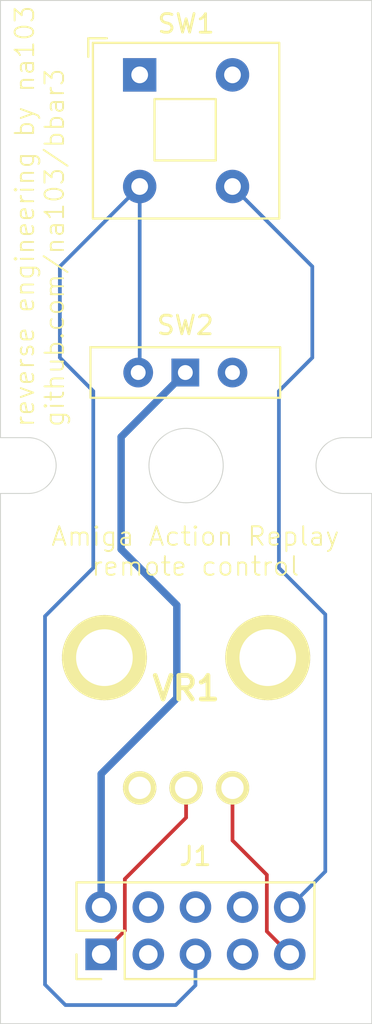
<source format=kicad_pcb>
(kicad_pcb (version 20240108) (generator "pcbnew") (generator_version "8.0")
  (layers (0 "F.Cu" signal) (31 "B.Cu" signal) (34 "B.Paste" user) (35 "F.Paste" user) (36 "B.SilkS" user "B.Silkscreen") (37 "F.SilkS" user "F.Silkscreen") (38 "B.Mask" user) (39 "F.Mask" user) (44 "Edge.Cuts" user))
  (net 0 "")
  (net 3 "Net-(J1-Pin_10)")
  (net 13 "Net-(J1-Pin_5)")
  (net 14 "Net-(J1-Pin_2)")
  (net 15 "Net-(J1-Pin_1)")
  (net 16 "Net-(J1-Pin_9)")
  (footprint "Connector_PinHeader_2.54mm:PinHeader_2x05_P2.54mm_Vertical" (layer "F.Cu") (at 144.925 121.275 90)
    (property "Reference" "J1" (at 5.275 5.075 180) (layer "F.SilkS"))
    (property "Value" "~")
    (fp_line (start 3.87 -1.33) (end 3.87 11.49) (stroke (width 0.12)) (layer "F.SilkS"))
    (fp_line (start 1.27 -1.33) (end 3.87 -1.33) (stroke (width 0.12)) (layer "F.SilkS"))
    (fp_line (start -1.33 -1.33) (end 0 -1.33) (stroke (width 0.12)) (layer "F.SilkS"))
    (fp_line (start -1.33 0) (end -1.33 -1.33) (stroke (width 0.12)) (layer "F.SilkS"))
    (fp_line (start 1.27 1.27) (end 1.27 -1.33) (stroke (width 0.12)) (layer "F.SilkS"))
    (fp_line (start -1.33 1.27) (end 1.27 1.27) (stroke (width 0.12)) (layer "F.SilkS"))
    (fp_line (start -1.33 1.27) (end -1.33 11.49) (stroke (width 0.12)) (layer "F.SilkS"))
    (fp_line (start -1.33 11.49) (end 3.87 11.49) (stroke (width 0.12)) (layer "F.SilkS"))
    (pad "1" thru_hole rect (at 0 0 90) (size 1.7 1.7) (drill 1) (layers "*.Cu" "*.Mask") (net 15 "Net-(J1-Pin_1)"))
    (pad "2" thru_hole oval (at 2.54 0 90) (size 1.7 1.7) (drill 1) (layers "*.Cu" "*.Mask") (net 14 "Net-(J1-Pin_2)"))
    (pad "3" thru_hole oval (at 0 2.54 90) (size 1.7 1.7) (drill 1) (layers "*.Cu" "*.Mask"))
    (pad "4" thru_hole oval (at 2.54 2.54 90) (size 1.7 1.7) (drill 1) (layers "*.Cu" "*.Mask"))
    (pad "5" thru_hole oval (at 0 5.08 90) (size 1.7 1.7) (drill 1) (layers "*.Cu" "*.Mask") (net 13 "Net-(J1-Pin_5)"))
    (pad "6" thru_hole oval (at 2.54 5.08 90) (size 1.7 1.7) (drill 1) (layers "*.Cu" "*.Mask"))
    (pad "7" thru_hole oval (at 0 7.62 90) (size 1.7 1.7) (drill 1) (layers "*.Cu" "*.Mask"))
    (pad "8" thru_hole oval (at 2.54 7.62 90) (size 1.7 1.7) (drill 1) (layers "*.Cu" "*.Mask"))
    (pad "9" thru_hole oval (at 0 10.16 90) (size 1.7 1.7) (drill 1) (layers "*.Cu" "*.Mask") (net 16 "Net-(J1-Pin_9)"))
    (pad "10" thru_hole oval (at 2.54 10.16 90) (size 1.7 1.7) (drill 1) (layers "*.Cu" "*.Mask") (net 3 "Net-(J1-Pin_10)"))
  )
  (footprint "Button_Switch_THT:SW_Slide-03_Wuerth-WS-SLTV_10x2.5x6.4_P2.54mm" (layer "F.Cu") (at 149.46 90)
    (property "Reference" "SW2" (at 0 -2.54 0) (layer "F.SilkS"))
    (property "Value" "SW_Wuerth_450301014042" (hide yes))
    (fp_rect (start -5.11 -1.36) (end 5.11 1.36) (stroke (width 0.12)) (fill none) (layer "F.SilkS"))
    (pad "1" thru_hole rect (at 0 0) (size 1.5 1.5) (drill 0.8) (layers "*.Cu" "*.Mask") (net 14 "Net-(J1-Pin_2)"))
    (pad "2" thru_hole circle (at -2.54 0) (size 1.6 1.6) (drill 0.8) (layers "*.Cu" "*.Mask") (net 13 "Net-(J1-Pin_5)"))
    (pad "3" thru_hole circle (at 2.54 0) (size 1.6 1.6) (drill 0.8) (layers "*.Cu" "*.Mask"))
  )
  (footprint "Button_Switch_THT:SW_Push_2P1T_Toggle_CK_PVA1xxH1xxxxxxV2" (layer "F.Cu") (at 147 74)
    (property "Reference" "SW1" (at 2.5 -2.75 0) (layer "F.SilkS"))
    (property "Value" "SW_Push")
    (fp_line (start -2.77 -0.97) (end -2.77 -1.97) (stroke (width 0.12)) (layer "F.SilkS"))
    (fp_line (start -2.52 7.72) (end -2.52 -1.72) (stroke (width 0.12)) (layer "F.SilkS"))
    (fp_line (start -1.77 -1.97) (end -2.77 -1.97) (stroke (width 0.12)) (layer "F.SilkS"))
    (fp_line (start 0.8 1.3) (end 0.8 4.6) (stroke (width 0.12)) (layer "F.SilkS"))
    (fp_line (start 4.1 1.3) (end 0.8 1.3) (stroke (width 0.12)) (layer "F.SilkS"))
    (fp_line (start 4.1 1.3) (end 4.1 4.6) (stroke (width 0.12)) (layer "F.SilkS"))
    (fp_line (start 4.1 4.6) (end 0.8 4.6) (stroke (width 0.12)) (layer "F.SilkS"))
    (fp_line (start 7.52 -1.72) (end -2.52 -1.72) (stroke (width 0.12)) (layer "F.SilkS"))
    (fp_line (start 7.52 7.72) (end -2.52 7.72) (stroke (width 0.12)) (layer "F.SilkS"))
    (fp_line (start 7.52 7.72) (end 7.52 -1.72) (stroke (width 0.12)) (layer "F.SilkS"))
    (pad "1" thru_hole rect (at 0 0) (size 1.8 1.8) (drill 0.9) (layers "*.Cu" "*.Mask"))
    (pad "2" thru_hole circle (at 5 0) (size 1.8 1.8) (drill 0.9) (layers "*.Cu" "*.Mask"))
    (pad "3" thru_hole circle (at 0 6) (size 1.8 1.8) (drill 0.9) (layers "*.Cu" "*.Mask") (net 13 "Net-(J1-Pin_5)"))
    (pad "4" thru_hole circle (at 5 6) (size 1.8 1.8) (drill 0.9) (layers "*.Cu" "*.Mask") (net 3 "Net-(J1-Pin_10)"))
  )
  (footprint "SamacSys_Parts:RV09AF4020KB1M" (layer "F.Cu") (at 147 112.325)
    (property "Reference" "VR1" (at 2.5 -5.35 0) (layer "F.SilkS") (effects (font (size 1.27 1.27) (thickness 0.254))))
    (property "Value" "RV09AF-40-20K-B1M" (hide yes))
    (pad "1" thru_hole circle (at 0 0 90) (size 1.8 1.8) (drill 1.2) (layers "*.Cu" "*.Mask" "F.SilkS"))
    (pad "2" thru_hole circle (at 2.5 0 90) (size 1.8 1.8) (drill 1.2) (layers "*.Cu" "*.Mask" "F.SilkS") (net 15 "Net-(J1-Pin_1)"))
    (pad "3" thru_hole circle (at 5 0 90) (size 1.8 1.8) (drill 1.2) (layers "*.Cu" "*.Mask" "F.SilkS") (net 16 "Net-(J1-Pin_9)"))
    (pad "MH1" thru_hole circle (at -1.9 -7 90) (size 4.575 4.575) (drill 3.05) (layers "*.Cu" "*.Mask" "F.SilkS"))
    (pad "MH2" thru_hole circle (at 6.9 -7 90) (size 4.575 4.575) (drill 3.05) (layers "*.Cu" "*.Mask" "F.SilkS"))
  )
  (gr_line (start 159.5 125) (end 139.5 125) (stroke (width 0.05)) (layer "Edge.Cuts"))
  (gr_line (start 141 96.5) (end 139.5 96.5) (stroke (width 0.05)) (layer "Edge.Cuts"))
  (gr_line (start 158 96.5) (end 159.5 96.5) (stroke (width 0.05)) (layer "Edge.Cuts"))
  (gr_line (start 141 93.5) (end 139.5 93.5) (stroke (width 0.05)) (layer "Edge.Cuts"))
  (gr_arc (start 141 93.5) (mid 142.5 95) (end 141 96.5) (stroke (width 0.05)) (layer "Edge.Cuts"))
  (gr_line (start 159.5 70) (end 159.5 93.5) (stroke (width 0.05)) (layer "Edge.Cuts"))
  (gr_line (start 159.5 96.5) (end 159.5 125) (stroke (width 0.05)) (layer "Edge.Cuts"))
  (gr_arc (start 158 96.5) (mid 156.5 95) (end 158 93.5) (stroke (width 0.05)) (layer "Edge.Cuts"))
  (gr_line (start 139.5 125) (end 139.5 96.5) (stroke (width 0.05)) (layer "Edge.Cuts"))
  (gr_line (start 158 93.5) (end 159.5 93.5) (stroke (width 0.05)) (layer "Edge.Cuts"))
  (gr_line (start 139.5 70) (end 159.5 70) (stroke (width 0.05)) (layer "Edge.Cuts"))
  (gr_circle (center 149.5 95) (end 149.5 97) (stroke (width 0.05)) (fill none) (layer "Edge.Cuts"))
  (gr_line (start 139.5 93.5) (end 139.5 70) (stroke (width 0.05)) (layer "Edge.Cuts"))
  (gr_text "Amiga Action Replay\nremote control" (at 150 101 0) (layer "F.SilkS") (effects (font (size 1 1) (thickness 0.1)) (justify bottom)))
  (gr_text "reverse engineering by na103\ngithub.com/na103/bbar3" (at 143 93 90) (layer "F.SilkS") (effects (font (size 1 1) (thickness 0.1)) (justify left bottom)))
  (segment (start 156.3 84.3) (end 152 80) (width 0.2) (layer "B.Cu") (net 3))
  (segment (start 157 103) (end 154.5 100.5) (width 0.2) (layer "B.Cu") (net 3))
  (segment (start 156.3 89.2) (end 156.3 84.3) (width 0.2) (layer "B.Cu") (net 3))
  (segment (start 155.085 118.735) (end 157 116.82) (width 0.2) (layer "B.Cu") (net 3))
  (segment (start 157 116.82) (end 157 103) (width 0.2) (layer "B.Cu") (net 3))
  (segment (start 154.5 100.5) (end 154.5 91) (width 0.2) (layer "B.Cu") (net 3))
  (segment (start 154.5 91) (end 156.3 89.2) (width 0.2) (layer "B.Cu") (net 3))
  (segment (start 144.5 91) (end 142.7 89.2) (width 0.2) (layer "B.Cu") (net 13))
  (segment (start 150.005 121.275) (end 150.005 122.94) (width 0.2) (layer "B.Cu") (net 13))
  (segment (start 150.005 122.94) (end 148.945 124) (width 0.2) (layer "B.Cu") (net 13))
  (segment (start 142.7 84.3) (end 147 80) (width 0.2) (layer "B.Cu") (net 13))
  (segment (start 141.9 122.9) (end 141.9 103.1) (width 0.2) (layer "B.Cu") (net 13))
  (segment (start 147 80) (end 147 89.92) (width 0.2) (layer "B.Cu") (net 13))
  (segment (start 147 89.92) (end 146.92 90) (width 0.2) (layer "B.Cu") (net 13))
  (segment (start 144.5 100.5) (end 144.5 91) (width 0.2) (layer "B.Cu") (net 13))
  (segment (start 142.7 89.2) (end 142.7 84.3) (width 0.2) (layer "B.Cu") (net 13))
  (segment (start 148.945 124) (end 143 124) (width 0.2) (layer "B.Cu") (net 13))
  (segment (start 141.9 103.1) (end 144.5 100.5) (width 0.2) (layer "B.Cu") (net 13))
  (segment (start 143 124) (end 141.9 122.9) (width 0.2) (layer "B.Cu") (net 13))
  (segment (start 149.46 90) (end 146 93.46) (width 0.4) (layer "B.Cu") (net 14))
  (segment (start 149 102.5) (end 149 107.5) (width 0.4) (layer "B.Cu") (net 14))
  (segment (start 146 93.46) (end 146 99.5) (width 0.4) (layer "B.Cu") (net 14))
  (segment (start 144.925 111.575) (end 144.925 118.735) (width 0.4) (layer "B.Cu") (net 14))
  (segment (start 146 99.5) (end 149 102.5) (width 0.4) (layer "B.Cu") (net 14))
  (segment (start 149 107.5) (end 144.925 111.575) (width 0.4) (layer "B.Cu") (net 14))
  (segment (start 149.5 112.325) (end 149.5 113.925) (width 0.2) (layer "F.Cu") (net 15))
  (segment (start 146.2 120) (end 144.925 121.275) (width 0.2) (layer "F.Cu") (net 15))
  (segment (start 149.5 113.925) (end 146.2 117.225) (width 0.2) (layer "F.Cu") (net 15))
  (segment (start 146.2 117.225) (end 146.2 120) (width 0.2) (layer "F.Cu") (net 15))
  (segment (start 152 112.325) (end 152 115.15) (width 0.2) (layer "F.Cu") (net 16))
  (segment (start 153.85 120.04) (end 155.085 121.275) (width 0.2) (layer "F.Cu") (net 16))
  (segment (start 153.85 117) (end 153.85 120.04) (width 0.2) (layer "F.Cu") (net 16))
  (segment (start 152 115.15) (end 153.85 117) (width 0.2) (layer "F.Cu") (net 16))
)
</source>
